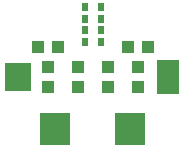
<source format=gbr>
G04 EAGLE Gerber RS-274X export*
G75*
%MOMM*%
%FSLAX34Y34*%
%LPD*%
%INSolderpaste Top*%
%IPPOS*%
%AMOC8*
5,1,8,0,0,1.08239X$1,22.5*%
G01*
%ADD10R,0.600000X0.720000*%
%ADD11R,1.100000X1.000000*%
%ADD12R,1.000000X1.100000*%
%ADD13R,1.981200X2.844800*%
%ADD14R,1.270000X0.635000*%
%ADD15R,2.286000X2.438400*%
%ADD16R,2.550000X2.700000*%


D10*
X83200Y166950D03*
X83200Y157250D03*
X83200Y147550D03*
X83200Y137850D03*
X69200Y137850D03*
X69200Y147550D03*
X69200Y157250D03*
X69200Y166950D03*
D11*
X105800Y133350D03*
X122800Y133350D03*
D12*
X88900Y116450D03*
X88900Y99450D03*
D13*
X139700Y107950D03*
D12*
X63500Y116450D03*
X63500Y99450D03*
D11*
X29600Y133350D03*
X46600Y133350D03*
D12*
X38100Y99450D03*
X38100Y116450D03*
X114300Y99450D03*
X114300Y116450D03*
D14*
X12700Y103831D03*
X12700Y112069D03*
D15*
X12700Y107950D03*
D16*
X107900Y63500D03*
X44500Y63500D03*
M02*

</source>
